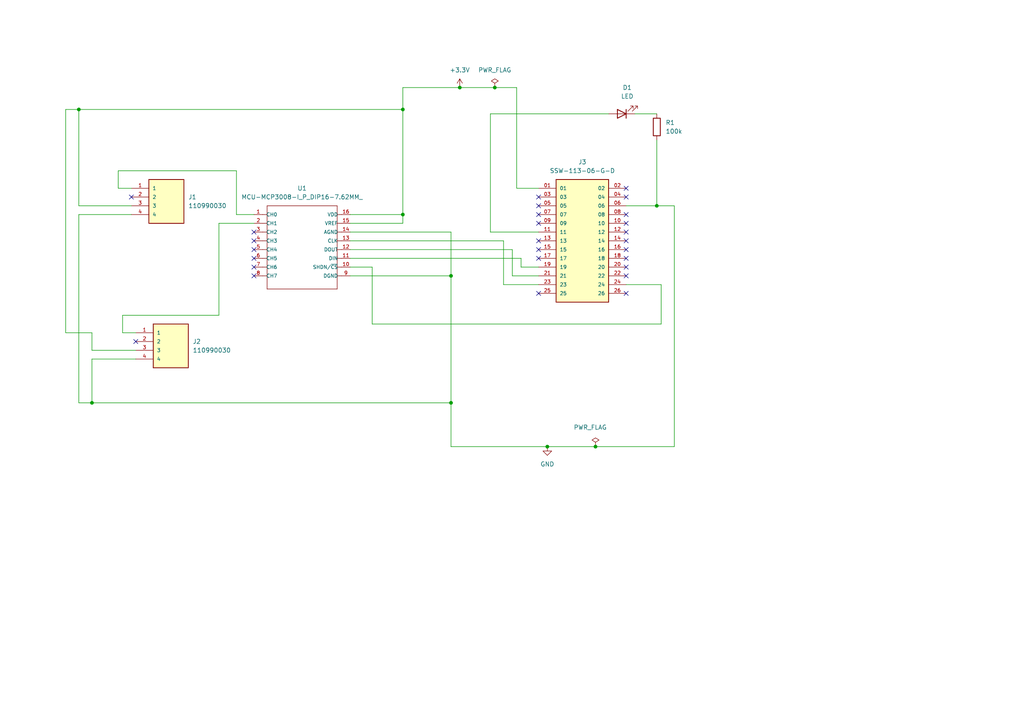
<source format=kicad_sch>
(kicad_sch (version 20250114) (generator "eeschema") (generator_version "9.0")
  (paper "A4")
  (title_block (title "EE 250 Lab 7") (company "USC") (comment 1 "Prital Jariwala"))
  (lib_symbols
    (symbol "110990030:110990030" (pin_names (offset 1.016))
      (property "Reference" "J" (at -5.08 5.842 0))
      (property "Value" "110990030" (at -5.08 -8.382 0))
      (symbol "110990030_0_0"
        (rectangle (start -5.08 -7.62) (end 5.08 5.08) (stroke (width 0.254)) (fill (type background)))
        (pin passive line (at -10.16 2.54 0) (length 5.08) (name "1") (number "1"))
        (pin passive line (at -10.16 0 0) (length 5.08) (name "2") (number "2"))
        (pin passive line (at -10.16 -2.54 0) (length 5.08) (name "3") (number "3"))
        (pin passive line (at -10.16 -5.08 0) (length 5.08) (name "4") (number "4"))
      )
    )
    (symbol "Device:LED" (pin_numbers (hide yes)) (pin_names (offset 1.016) (hide yes))
      (property "Reference" "D" (at 0 2.54 0))
      (property "Value" "LED" (at 0 -2.54 0))
      (symbol "LED_0_1"
        (polyline (pts (xy -3.048 -0.762) (xy -4.572 -2.286) (xy -3.81 -2.286) (xy -4.572 -2.286) (xy -4.572 -1.524)))
        (polyline (pts (xy -1.778 -0.762) (xy -3.302 -2.286) (xy -2.54 -2.286) (xy -3.302 -2.286) (xy -3.302 -1.524)))
        (polyline (pts (xy -1.27 0) (xy 1.27 0)))
        (polyline (pts (xy -1.27 -1.27) (xy -1.27 1.27)) (stroke (width 0.254)))
        (polyline (pts (xy 1.27 -1.27) (xy 1.27 1.27) (xy -1.27 0) (xy 1.27 -1.27)) (stroke (width 0.254)))
      )
      (symbol "LED_1_1"
        (pin passive line (at -3.81 0 0) (length 2.54) (name "K") (number "1"))
        (pin passive line (at 3.81 0 180) (length 2.54) (name "A") (number "2"))
      )
    )
    (symbol "Device:R" (pin_numbers (hide yes)) (pin_names (offset 0))
      (property "Reference" "R" (at 2.032 0 90))
      (property "Value" "R" (at 0 0 90))
      (symbol "R_0_1"
        (rectangle (start -1.016 -2.54) (end 1.016 2.54) (stroke (width 0.254)))
      )
      (symbol "R_1_1"
        (pin passive line (at 0 3.81 270) (length 1.27) (name "~") (number "1"))
        (pin passive line (at 0 -3.81 90) (length 1.27) (name "~") (number "2"))
      )
    )
    (symbol "MCU-MCP3008-I_P_DIP16-7.62MM_:MCU-MCP3008-I_P_DIP16-7.62MM_" (pin_names (offset 1.016))
      (property "Reference" "U1" (at 0 17.78 0))
      (property "Value" "MCU-MCP3008-I_P_DIP16-7.62MM_" (at 0 15.24 0))
      (symbol "MCU-MCP3008-I_P_DIP16-7.62MM__0_0"
        (polyline (pts (xy -11.43 10.16) (xy -10.16 10.16)) (stroke (width 0.1524)))
        (polyline (pts (xy -11.43 7.62) (xy -10.16 7.62)) (stroke (width 0.1524)))
        (polyline (pts (xy -11.43 5.08) (xy -10.16 5.08)) (stroke (width 0.1524)))
        (polyline (pts (xy -11.43 2.54) (xy -10.16 2.54)) (stroke (width 0.1524)))
        (polyline (pts (xy -11.43 0) (xy -10.16 0)) (stroke (width 0.1524)))
        (polyline (pts (xy -11.43 -2.54) (xy -10.16 -2.54)) (stroke (width 0.1524)))
        (polyline (pts (xy -11.43 -5.08) (xy -10.16 -5.08)) (stroke (width 0.1524)))
        (polyline (pts (xy -11.43 -7.62) (xy -10.16 -7.62)) (stroke (width 0.1524)))
        (polyline (pts (xy -10.16 12.7) (xy 10.16 12.7)) (stroke (width 0.1524)))
        (polyline (pts (xy -10.16 10.16) (xy -10.16 12.7)) (stroke (width 0.1524)))
        (polyline (pts (xy -10.16 7.62) (xy -10.16 10.16)) (stroke (width 0.1524)))
        (polyline (pts (xy -10.16 5.08) (xy -10.16 7.62)) (stroke (width 0.1524)))
        (polyline (pts (xy -10.16 2.54) (xy -10.16 5.08)) (stroke (width 0.1524)))
        (polyline (pts (xy -10.16 0) (xy -10.16 2.54)) (stroke (width 0.1524)))
        (polyline (pts (xy -10.16 -2.54) (xy -10.16 0)) (stroke (width 0.1524)))
        (polyline (pts (xy -10.16 -11.43) (xy -10.16 -2.54)) (stroke (width 0.1524)))
        (polyline (pts (xy 10.16 12.7) (xy 10.16 -11.43)) (stroke (width 0.1524)))
        (polyline (pts (xy 10.16 10.16) (xy 11.43 10.16)) (stroke (width 0.1524)))
        (polyline (pts (xy 10.16 7.62) (xy 11.43 7.62)) (stroke (width 0.1524)))
        (polyline (pts (xy 10.16 5.08) (xy 11.43 5.08)) (stroke (width 0.1524)))
        (polyline (pts (xy 10.16 2.54) (xy 11.43 2.54)) (stroke (width 0.1524)))
        (polyline (pts (xy 10.16 0) (xy 11.43 0)) (stroke (width 0.1524)))
        (polyline (pts (xy 10.16 -2.54) (xy 11.43 -2.54)) (stroke (width 0.1524)))
        (polyline (pts (xy 10.16 -5.08) (xy 11.43 -5.08)) (stroke (width 0.1524)))
        (polyline (pts (xy 10.16 -7.62) (xy 11.43 -7.62)) (stroke (width 0.1524)))
        (polyline (pts (xy 10.16 -11.43) (xy -10.16 -11.43)) (stroke (width 0.1524)))
        (pin output line (at -13.97 10.16 0) (length 2.54) (name "CH0") (number "1"))
        (pin input line (at -13.97 7.62 0) (length 2.54) (name "CH1") (number "2"))
        (pin output line (at -13.97 5.08 0) (length 2.54) (name "CH2") (number "3"))
        (pin input line (at -13.97 2.54 0) (length 2.54) (name "CH3") (number "4"))
        (pin input line (at -13.97 0 0) (length 2.54) (name "CH4") (number "5"))
        (pin input line (at -13.97 -2.54 0) (length 2.54) (name "CH5") (number "6"))
        (pin output line (at -13.97 -5.08 0) (length 2.54) (name "CH6") (number "7"))
        (pin input line (at -13.97 -7.62 0) (length 2.54) (name "CH7") (number "8"))
        (pin power_in line (at 13.97 10.16 180) (length 2.54) (name "VDD") (number "16"))
        (pin input line (at 13.97 7.62 180) (length 2.54) (name "VREF") (number "15"))
        (pin input line (at 13.97 5.08 180) (length 2.54) (name "AGND") (number "14"))
        (pin output line (at 13.97 2.54 180) (length 2.54) (name "CLK") (number "13"))
        (pin input line (at 13.97 0 180) (length 2.54) (name "DOUT") (number "12"))
        (pin input line (at 13.97 -2.54 180) (length 2.54) (name "DIN") (number "11"))
        (pin output line (at 13.97 -5.08 180) (length 2.54) (name "SHDN/~{CS}") (number "10"))
      )
      (symbol "MCU-MCP3008-I_P_DIP16-7.62MM__1_0"
        (pin power_in line (at 13.97 -7.62 180) (length 2.54) (name "DGND") (number "9"))
      )
    )
    (symbol "SSW-113-06-G-D:SSW-113-06-G-D" (pin_names (offset 1.016))
      (property "Reference" "J" (at -8.12 17.78 0))
      (property "Value" "SSW-113-06-G-D" (at -7.62 -20.32 0))
      (symbol "SSW-113-06-G-D_0_0"
        (rectangle (start -7.62 -17.78) (end 7.62 17.78) (stroke (width 0.254)) (fill (type background)))
        (pin passive line (at -12.7 15.24 0) (length 5.08) (name "01") (number "01"))
        (pin passive line (at -12.7 12.7 0) (length 5.08) (name "03") (number "03"))
        (pin passive line (at -12.7 10.16 0) (length 5.08) (name "05") (number "05"))
        (pin passive line (at -12.7 7.62 0) (length 5.08) (name "07") (number "07"))
        (pin passive line (at -12.7 5.08 0) (length 5.08) (name "09") (number "09"))
        (pin passive line (at -12.7 2.54 0) (length 5.08) (name "11") (number "11"))
        (pin passive line (at -12.7 0 0) (length 5.08) (name "13") (number "13"))
        (pin passive line (at -12.7 -2.54 0) (length 5.08) (name "15") (number "15"))
        (pin passive line (at -12.7 -5.08 0) (length 5.08) (name "17") (number "17"))
        (pin passive line (at -12.7 -7.62 0) (length 5.08) (name "19") (number "19"))
        (pin passive line (at -12.7 -10.16 0) (length 5.08) (name "21") (number "21"))
        (pin passive line (at -12.7 -12.7 0) (length 5.08) (name "23") (number "23"))
        (pin passive line (at -12.7 -15.24 0) (length 5.08) (name "25") (number "25"))
        (pin passive line (at 12.7 15.24 180) (length 5.08) (name "02") (number "02"))
        (pin passive line (at 12.7 12.7 180) (length 5.08) (name "04") (number "04"))
        (pin passive line (at 12.7 10.16 180) (length 5.08) (name "06") (number "06"))
        (pin passive line (at 12.7 7.62 180) (length 5.08) (name "08") (number "08"))
        (pin passive line (at 12.7 5.08 180) (length 5.08) (name "10") (number "10"))
        (pin passive line (at 12.7 2.54 180) (length 5.08) (name "12") (number "12"))
        (pin passive line (at 12.7 0 180) (length 5.08) (name "14") (number "14"))
        (pin passive line (at 12.7 -2.54 180) (length 5.08) (name "16") (number "16"))
        (pin passive line (at 12.7 -5.08 180) (length 5.08) (name "18") (number "18"))
        (pin passive line (at 12.7 -7.62 180) (length 5.08) (name "20") (number "20"))
        (pin passive line (at 12.7 -10.16 180) (length 5.08) (name "22") (number "22"))
        (pin passive line (at 12.7 -12.7 180) (length 5.08) (name "24") (number "24"))
        (pin passive line (at 12.7 -15.24 180) (length 5.08) (name "26") (number "26"))
      )
    )
    (symbol "power:+3.3V" (power) (pin_numbers (hide yes)) (pin_names (offset 0) (hide yes))
      (property "Value" "+3.3V" (at 0 3.556 0))
      (symbol "+3.3V_0_1"
        (polyline (pts (xy -0.762 1.27) (xy 0 2.54)))
        (polyline (pts (xy 0 2.54) (xy 0.762 1.27)))
        (polyline (pts (xy 0 0) (xy 0 2.54)))
      )
      (symbol "+3.3V_1_1"
        (pin power_in line (at 0 0 90) (length 0) (name "~") (number "1"))
      )
    )
    (symbol "power:GND" (power) (pin_numbers (hide yes)) (pin_names (offset 0) (hide yes))
      (property "Value" "GND" (at 0 -3.81 0))
      (symbol "GND_0_1"
        (polyline (pts (xy 0 0) (xy 0 -1.27) (xy 1.27 -1.27) (xy 0 -2.54) (xy -1.27 -1.27) (xy 0 -1.27)))
      )
      (symbol "GND_1_1"
        (pin power_in line (at 0 0 270) (length 0) (name "~") (number "1"))
      )
    )
    (symbol "power:PWR_FLAG" (power) (pin_numbers (hide yes)) (pin_names (offset 0) (hide yes))
      (property "Value" "PWR_FLAG" (at 0 3.81 0))
      (symbol "PWR_FLAG_0_0"
        (pin power_out line (at 0 0 90) (length 0) (name "~") (number "1"))
      )
      (symbol "PWR_FLAG_0_1"
        (polyline (pts (xy 0 0) (xy 0 1.27) (xy -1.016 1.905) (xy 0 2.54) (xy 1.016 1.905) (xy 0 1.27)))
      )
    )
  )
  (junction (at 158.75 129.54))
  (junction (at 130.81 80.01))
  (junction (at 133.35 25.4))
  (junction (at 116.84 62.23))
  (junction (at 190.5 59.69))
  (junction (at 22.86 31.75))
  (junction (at 143.51 25.4))
  (junction (at 116.84 31.75))
  (junction (at 130.81 116.84))
  (junction (at 26.67 116.84))
  (junction (at 172.72 129.54))
  (no_connect (at 156.21 72.39))
  (no_connect (at 181.61 67.31))
  (no_connect (at 181.61 77.47))
  (no_connect (at 181.61 85.09))
  (no_connect (at 181.61 64.77))
  (no_connect (at 73.66 72.39))
  (no_connect (at 156.21 59.69))
  (no_connect (at 181.61 69.85))
  (no_connect (at 73.66 80.01))
  (no_connect (at 181.61 57.15))
  (no_connect (at 156.21 64.77))
  (no_connect (at 156.21 62.23))
  (no_connect (at 73.66 77.47))
  (no_connect (at 73.66 74.93))
  (no_connect (at 156.21 57.15))
  (no_connect (at 156.21 85.09))
  (no_connect (at 73.66 67.31))
  (no_connect (at 181.61 62.23))
  (no_connect (at 73.66 69.85))
  (no_connect (at 156.21 74.93))
  (no_connect (at 181.61 72.39))
  (no_connect (at 38.1 57.15))
  (no_connect (at 181.61 74.93))
  (no_connect (at 181.61 80.01))
  (no_connect (at 39.37 99.06))
  (no_connect (at 156.21 69.85))
  (no_connect (at 181.61 54.61))
  (wire (pts (xy 133.35 25.4) (xy 143.51 25.4)))
  (wire (pts (xy 190.5 59.69) (xy 181.61 59.69)))
  (wire (pts (xy 19.05 96.52) (xy 19.05 31.75)))
  (wire (pts (xy 107.95 77.47) (xy 101.6 77.47)))
  (wire (pts (xy 130.81 80.01) (xy 130.81 116.84)))
  (wire (pts (xy 101.6 64.77) (xy 116.84 64.77)))
  (wire (pts (xy 63.5 91.44) (xy 35.56 91.44)))
  (wire (pts (xy 26.67 96.52) (xy 26.67 101.6)))
  (wire (pts (xy 63.5 64.77) (xy 63.5 91.44)))
  (wire (pts (xy 39.37 101.6) (xy 26.67 101.6)))
  (wire (pts (xy 101.6 80.01) (xy 130.81 80.01)))
  (wire (pts (xy 172.72 129.54) (xy 195.58 129.54)))
  (wire (pts (xy 34.29 49.53) (xy 34.29 54.61)))
  (wire (pts (xy 146.05 69.85) (xy 146.05 82.55)))
  (wire (pts (xy 38.1 59.69) (xy 22.86 59.69)))
  (wire (pts (xy 26.67 96.52) (xy 19.05 96.52)))
  (wire (pts (xy 130.81 67.31) (xy 130.81 80.01)))
  (wire (pts (xy 101.6 67.31) (xy 130.81 67.31)))
  (wire (pts (xy 39.37 104.14) (xy 26.67 104.14)))
  (wire (pts (xy 151.13 74.93) (xy 151.13 77.47)))
  (wire (pts (xy 195.58 129.54) (xy 195.58 59.69)))
  (wire (pts (xy 116.84 25.4) (xy 133.35 25.4)))
  (wire (pts (xy 148.59 80.01) (xy 156.21 80.01)))
  (wire (pts (xy 142.24 67.31) (xy 142.24 33.02)))
  (wire (pts (xy 130.81 129.54) (xy 158.75 129.54)))
  (wire (pts (xy 195.58 59.69) (xy 190.5 59.69)))
  (wire (pts (xy 38.1 62.23) (xy 22.86 62.23)))
  (wire (pts (xy 101.6 74.93) (xy 151.13 74.93)))
  (wire (pts (xy 35.56 96.52) (xy 39.37 96.52)))
  (wire (pts (xy 190.5 40.64) (xy 190.5 59.69)))
  (wire (pts (xy 22.86 116.84) (xy 26.67 116.84)))
  (wire (pts (xy 191.77 93.98) (xy 107.95 93.98)))
  (wire (pts (xy 116.84 25.4) (xy 116.84 31.75)))
  (wire (pts (xy 191.77 82.55) (xy 191.77 93.98)))
  (wire (pts (xy 116.84 31.75) (xy 116.84 62.23)))
  (wire (pts (xy 73.66 62.23) (xy 68.58 62.23)))
  (wire (pts (xy 19.05 31.75) (xy 22.86 31.75)))
  (wire (pts (xy 146.05 82.55) (xy 156.21 82.55)))
  (wire (pts (xy 101.6 72.39) (xy 148.59 72.39)))
  (wire (pts (xy 22.86 31.75) (xy 22.86 59.69)))
  (wire (pts (xy 73.66 64.77) (xy 63.5 64.77)))
  (wire (pts (xy 101.6 62.23) (xy 116.84 62.23)))
  (wire (pts (xy 151.13 77.47) (xy 156.21 77.47)))
  (wire (pts (xy 143.51 25.4) (xy 149.86 25.4)))
  (wire (pts (xy 26.67 104.14) (xy 26.67 116.84)))
  (wire (pts (xy 142.24 33.02) (xy 176.53 33.02)))
  (wire (pts (xy 116.84 62.23) (xy 116.84 64.77)))
  (wire (pts (xy 34.29 54.61) (xy 38.1 54.61)))
  (wire (pts (xy 156.21 67.31) (xy 142.24 67.31)))
  (wire (pts (xy 107.95 93.98) (xy 107.95 77.47)))
  (wire (pts (xy 148.59 72.39) (xy 148.59 80.01)))
  (wire (pts (xy 22.86 62.23) (xy 22.86 116.84)))
  (wire (pts (xy 184.15 33.02) (xy 190.5 33.02)))
  (wire (pts (xy 149.86 54.61) (xy 156.21 54.61)))
  (wire (pts (xy 68.58 62.23) (xy 68.58 49.53)))
  (wire (pts (xy 149.86 25.4) (xy 149.86 54.61)))
  (wire (pts (xy 35.56 91.44) (xy 35.56 96.52)))
  (wire (pts (xy 181.61 82.55) (xy 191.77 82.55)))
  (wire (pts (xy 101.6 69.85) (xy 146.05 69.85)))
  (wire (pts (xy 26.67 116.84) (xy 130.81 116.84)))
  (wire (pts (xy 172.72 129.54) (xy 158.75 129.54)))
  (wire (pts (xy 130.81 116.84) (xy 130.81 129.54)))
  (wire (pts (xy 68.58 49.53) (xy 34.29 49.53)))
  (wire (pts (xy 22.86 31.75) (xy 116.84 31.75)))
  (symbol (lib_id "power:GND") (at 158.75 129.54 0) (unit 1)
    (property "Reference" "#PWR02" (effects (hide yes)))
    (property "Value" "GND" (at 158.75 134.62 0))
    (property "Description" "Power symbol creates a global label with name \"GND\" , ground" (effects (hide yes)))
  )
  (symbol (lib_id "Device:R") (at 190.5 36.83 0) (unit 1)
    (property "Reference" "R1" (at 193.04 35.5599 0) (effects (justify left)))
    (property "Value" "100k" (at 193.04 38.0999 0) (effects (justify left)))
    (property "Footprint" "Resistor_THT:R_Axial_DIN0204_L3.6mm_D1.6mm_P7.62mm_Horizontal" (effects (hide yes)))
    (property "Description" "Resistor" (effects (hide yes)))
  )
  (symbol (lib_id "power:PWR_FLAG") (at 143.51 25.4 0) (unit 1)
    (property "Reference" "#FLG01" (effects (hide yes)))
    (property "Value" "PWR_FLAG" (at 143.51 20.32 0))
    (property "Description" "Special symbol for telling ERC where power comes from" (effects (hide yes)))
  )
  (symbol (lib_id "SSW-113-06-G-D:SSW-113-06-G-D") (at 168.91 69.85 0) (unit 1)
    (property "Reference" "J3" (at 168.91 46.99 0))
    (property "Value" "SSW-113-06-G-D" (at 168.91 49.53 0))
    (property "Footprint" "SSW-113-06-G-D:SAMTEC_SSW-113-06-G-D" (effects (hide yes)))
    (property "MF" "Samtec" (effects (hide yes)))
    (property "Description_1" "Conn Socket Strip SKT 26 POS 2.54mm Solder ST Top Entry Thru-Hole Bulk" (effects (hide yes)))
    (property "Package" "None" (effects (hide yes)))
    (property "Price" "None" (effects (hide yes)))
    (property "Check_prices" "https://www.snapeda.com/parts/SSW-113-06-G-D/Samtec/view-part/?ref=eda" (effects (hide yes)))
    (property "STANDARD" "Manufacturer Recommendations" (effects (hide yes)))
    (property "PARTREV" "R" (effects (hide yes)))
    (property "SnapEDA_Link" "https://www.snapeda.com/parts/SSW-113-06-G-D/Samtec/view-part/?ref=snap" (effects (hide yes)))
    (property "MP" "SSW-113-06-G-D" (effects (hide yes)))
    (property "Availability" "In Stock" (effects (hide yes)))
    (property "MANUFACTURER" "Samtec" (effects (hide yes)))
  )
  (symbol (lib_id "110990030:110990030") (at 48.26 57.15 0) (unit 1)
    (property "Reference" "J1" (at 54.61 57.1499 0) (effects (justify left)))
    (property "Value" "110990030" (at 54.61 59.6899 0) (effects (justify left)))
    (property "Footprint" "110990030:SEEED_110990030" (effects (hide yes)))
    (property "MF" "Seeed Technology" (effects (hide yes)))
    (property "MAXIMUM_PACKAGE_HEIGHT" "8.1mm" (effects (hide yes)))
    (property "Package" "None" (effects (hide yes)))
    (property "Price" "None" (effects (hide yes)))
    (property "Check_prices" "https://www.snapeda.com/parts/110990030/Seeed+Studio/view-part/?ref=eda" (effects (hide yes)))
    (property "STANDARD" "Manufacturer Recommendations" (effects (hide yes)))
    (property "PARTREV" "A" (effects (hide yes)))
    (property "SnapEDA_Link" "https://www.snapeda.com/parts/110990030/Seeed+Studio/view-part/?ref=snap" (effects (hide yes)))
    (property "MP" "110990030" (effects (hide yes)))
    (property "Description_1" "GROVE 2MM 4PIN VERT CONN 10PCS" (effects (hide yes)))
    (property "Availability" "In Stock" (effects (hide yes)))
    (property "MANUFACTURER" "Seeed Technology" (effects (hide yes)))
  )
  (symbol (lib_id "power:PWR_FLAG") (at 172.72 129.54 0) (unit 1)
    (property "Reference" "#FLG02" (effects (hide yes)))
    (property "Value" "PWR_FLAG" (at 171.196 123.952 0))
    (property "Description" "Special symbol for telling ERC where power comes from" (effects (hide yes)))
  )
  (symbol (lib_id "power:+3.3V") (at 133.35 25.4 0) (unit 1)
    (property "Reference" "#PWR01" (effects (hide yes)))
    (property "Value" "+3.3V" (at 133.35 20.32 0))
    (property "Description" "Power symbol creates a global label with name \"+3.3V\"" (effects (hide yes)))
  )
  (symbol (lib_id "Device:LED") (at 180.34 33.02 180) (unit 1)
    (property "Reference" "D1" (at 181.9275 25.4 0))
    (property "Value" "LED" (at 181.9275 27.94 0))
    (property "Footprint" "LED_THT:LED_D5.0mm" (effects (hide yes)))
    (property "Description" "Light emitting diode" (effects (hide yes)))
    (property "Sim.Pins" "1=K 2=A" (effects (hide yes)))
  )
  (symbol (lib_id "MCU-MCP3008-I_P_DIP16-7.62MM_:MCU-MCP3008-I_P_DIP16-7.62MM_") (at 87.63 72.39 0) (unit 1)
    (property "Reference" "U1" (at 87.63 54.61 0))
    (property "Value" "MCU-MCP3008-I_P_DIP16-7.62MM_" (at 87.63 57.15 0))
    (property "Footprint" "MCU-MCP3008-I_P_DIP16-7.62MM_:DIP16-2.54-19.2X7.62MM" (effects (hide yes)))
    (property "MF" "Microchip" (effects (hide yes)))
    (property "Description_1" "Microchip 10 bit Serial ADC Differential Input 16-Pin PDIP | Microchip Technology Inc. MCP3008-I/P" (effects (hide yes)))
    (property "Package" "DIP-16 Microchip" (effects (hide yes)))
    (property "MPN" "MCP3008-I/P" (effects (hide yes)))
    (property "Price" "None" (effects (hide yes)))
    (property "VALUE" "MCP3008-I/P-DIP16" (effects (hide yes)))
    (property "SnapEDA_Link" "https://www.snapeda.com/parts/MCP3008-I/P/Microchip+Technology/view-part/?ref=snap" (effects (hide yes)))
    (property "MP" "MCP3008-I/P" (effects (hide yes)))
    (property "Availability" "In Stock" (effects (hide yes)))
    (property "Check_prices" "https://www.snapeda.com/parts/MCP3008-I/P/Microchip+Technology/view-part/?ref=eda" (effects (hide yes)))
  )
  (symbol (lib_id "110990030:110990030") (at 49.53 99.06 0) (unit 1)
    (property "Reference" "J2" (at 55.88 99.0599 0) (effects (justify left)))
    (property "Value" "110990030" (at 55.88 101.5999 0) (effects (justify left)))
    (property "Footprint" "110990030:SEEED_110990030" (effects (hide yes)))
    (property "MF" "Seeed Technology" (effects (hide yes)))
    (property "MAXIMUM_PACKAGE_HEIGHT" "8.1mm" (effects (hide yes)))
    (property "Package" "None" (effects (hide yes)))
    (property "Price" "None" (effects (hide yes)))
    (property "Check_prices" "https://www.snapeda.com/parts/110990030/Seeed+Studio/view-part/?ref=eda" (effects (hide yes)))
    (property "STANDARD" "Manufacturer Recommendations" (effects (hide yes)))
    (property "PARTREV" "A" (effects (hide yes)))
    (property "SnapEDA_Link" "https://www.snapeda.com/parts/110990030/Seeed+Studio/view-part/?ref=snap" (effects (hide yes)))
    (property "MP" "110990030" (effects (hide yes)))
    (property "Description_1" "GROVE 2MM 4PIN VERT CONN 10PCS" (effects (hide yes)))
    (property "Availability" "In Stock" (effects (hide yes)))
    (property "MANUFACTURER" "Seeed Technology" (effects (hide yes)))
  )
)
</source>
